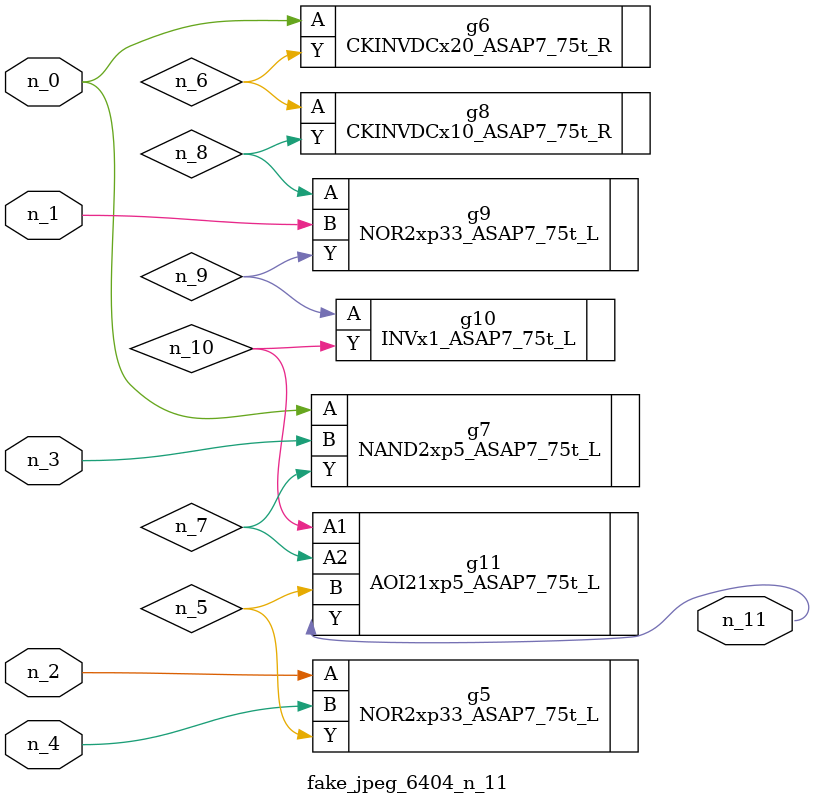
<source format=v>
module fake_jpeg_6404_n_11 (n_3, n_2, n_1, n_0, n_4, n_11);

input n_3;
input n_2;
input n_1;
input n_0;
input n_4;

output n_11;

wire n_10;
wire n_8;
wire n_9;
wire n_6;
wire n_5;
wire n_7;

NOR2xp33_ASAP7_75t_L g5 ( 
.A(n_2),
.B(n_4),
.Y(n_5)
);

CKINVDCx20_ASAP7_75t_R g6 ( 
.A(n_0),
.Y(n_6)
);

NAND2xp5_ASAP7_75t_L g7 ( 
.A(n_0),
.B(n_3),
.Y(n_7)
);

CKINVDCx10_ASAP7_75t_R g8 ( 
.A(n_6),
.Y(n_8)
);

NOR2xp33_ASAP7_75t_L g9 ( 
.A(n_8),
.B(n_1),
.Y(n_9)
);

INVx1_ASAP7_75t_L g10 ( 
.A(n_9),
.Y(n_10)
);

AOI21xp5_ASAP7_75t_L g11 ( 
.A1(n_10),
.A2(n_7),
.B(n_5),
.Y(n_11)
);


endmodule
</source>
